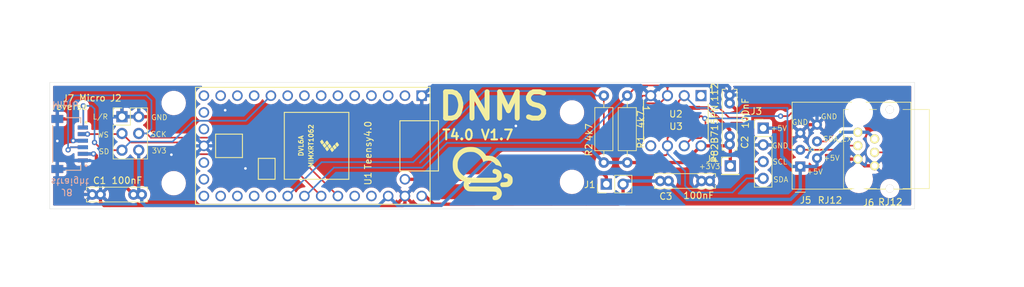
<source format=kicad_pcb>
(kicad_pcb (version 20211014) (generator pcbnew)
  (title_block (title "DNMS - Digital Noise Maesurement Sensor") (date "2021-11-17") (rev "V1.6"))
  (layers (0 "F.Cu" signal) (31 "B.Cu" signal) (34 "B.Paste" user) (35 "F.Paste" user) (36 "B.SilkS" user "B.Silkscreen") (37 "F.SilkS" user "F.Silkscreen") (38 "B.Mask" user) (39 "F.Mask" user) (44 "Edge.Cuts" user))
  (net 0 "")
  (net 1 "GND")
  (net 2 "+3V3")
  (net 3 "+5V")
  (net 4 "SDA_Ex")
  (net 5 "SCL_Ex")
  (net 6 "SDA")
  (net 7 "SCL")
  (net 8 "SD")
  (net 9 "WS")
  (net 10 "SCK")
  (net 14 "Net-(J1-Pad1)")
  (footprint "C_THT_100nF:C_THT_100nF_L9.0mm_W2.0mm_P5.00mm_P7.50mm" (layer "F.Cu") (at 158.9278 84.2104 90)
    (fp_text reference "C2" (at 0.32258 2.30378 90) (layer "F.SilkS"))
    (fp_text value "100nF" (at 4.72948 2.39522 90) (layer "F.SilkS"))
    (pad "1" thru_hole circle (at 1.25 0 90) (size 1.6 1.6) (drill 0.8) (layers *.Cu *.Mask) (net 2 "+3V3"))
    (pad "1" thru_hole circle (at 0 0 90) (size 1.6 1.6) (drill 0.8) (layers *.Cu *.Mask) (net 2 "+3V3"))
    (pad "2" thru_hole circle (at 7.5 0 90) (size 1.6 1.6) (drill 0.8) (layers *.Cu *.Mask) (net 1 "GND"))
    (pad "2" thru_hole circle (at 6.25 0 90) (size 1.6 1.6) (drill 0.8) (layers *.Cu *.Mask) (net 1 "GND"))
  )
  (footprint "Connector_PinHeader_2.54mm:PinHeader_1x02_P2.54mm_Vertical" (layer "F.Cu") (at 140.2334 90.2448 90)
    (fp_text reference "J1" (at -0.07506 -2.50952) (layer "F.SilkS"))
    (fp_text value "Conn_01x02")
    (pad "1" thru_hole rect (at 0 0 90) (size 1.7 1.7) (drill 1) (layers *.Cu *.Mask) (net 14 "Net-(J1-Pad1)"))
    (pad "2" thru_hole oval (at 0 2.54 90) (size 1.7 1.7) (drill 1) (layers *.Cu *.Mask) (net 3 "+5V"))
  )
  (footprint "Connector_PinHeader_2.54mm:PinHeader_1x04_P2.54mm_Vertical" (layer "F.Cu") (at 164.0144 81.7438)
    (fp_text reference "J3" (at -1.0414 -2.5654) (layer "F.SilkS"))
    (fp_text value "Conn_01x04")
    (pad "1" thru_hole rect (at 0 0) (size 1.7 1.7) (drill 1) (layers *.Cu *.Mask) (net 3 "+5V"))
    (pad "2" thru_hole oval (at 0 2.54) (size 1.7 1.7) (drill 1) (layers *.Cu *.Mask) (net 1 "GND"))
    (pad "3" thru_hole oval (at 0 5.08) (size 1.7 1.7) (drill 1) (layers *.Cu *.Mask) (net 7 "SCL"))
    (pad "4" thru_hole oval (at 0 7.62) (size 1.7 1.7) (drill 1) (layers *.Cu *.Mask) (net 6 "SDA"))
  )
  (footprint "Resistor_THT:R_Axial_DIN0207_L6.3mm_D2.5mm_P10.16mm_Horizontal" (layer "F.Cu") (at 143.41 86.968 90)
    (fp_text reference "R1" (at 3.1099 2.0685 90) (layer "F.SilkS"))
    (fp_text value "4k7" (at 6.55922 2.0685 90) (layer "F.SilkS"))
    (pad "1" thru_hole circle (at 0 0 90) (size 1.6 1.6) (drill 0.8) (layers *.Cu *.Mask) (net 2 "+3V3"))
    (pad "2" thru_hole oval (at 10.16 0 90) (size 1.6 1.6) (drill 0.8) (layers *.Cu *.Mask) (net 7 "SCL"))
  )
  (footprint "Resistor_THT:R_Axial_DIN0207_L6.3mm_D2.5mm_P10.16mm_Horizontal" (layer "F.Cu") (at 139.854 86.968 90)
    (fp_text reference "R2" (at 1.93134 -2.26982 90) (layer "F.SilkS"))
    (fp_text value "4k7" (at 4.59072 -2.23172 90) (layer "F.SilkS"))
    (pad "1" thru_hole circle (at 0 0 90) (size 1.6 1.6) (drill 0.8) (layers *.Cu *.Mask) (net 2 "+3V3"))
    (pad "2" thru_hole oval (at 10.16 0 90) (size 1.6 1.6) (drill 0.8) (layers *.Cu *.Mask) (net 6 "SDA"))
  )
  (footprint "P82B715PN_112:DIP254P762X420-8" (layer "F.Cu") (at 146.966 84.428 -90)
    (fp_text reference "U2" (at -4.8244 -3.8084) (layer "F.SilkS"))
    (fp_text value "P82B715PN,112" (at -3.49598 -9.69104 90) (layer "F.SilkS"))
    (pad "1" thru_hole rect locked (at -7.62 -7.62 270) (size 1.6764 1.6764) (drill 1.1176) (layers *.Cu *.Mask))
    (pad "2" thru_hole circle locked (at -7.62 -5.08 270) (size 1.6764 1.6764) (drill 1.1176) (layers *.Cu *.Mask) (net 5 "SCL_Ex"))
    (pad "3" thru_hole circle locked (at -7.62 -2.54 270) (size 1.6764 1.6764) (drill 1.1176) (layers *.Cu *.Mask) (net 7 "SCL"))
    (pad "4" thru_hole circle locked (at -7.62 0 270) (size 1.6764 1.6764) (drill 1.1176) (layers *.Cu *.Mask) (net 1 "GND"))
    (pad "5" thru_hole circle locked (at 0 0 270) (size 1.6764 1.6764) (drill 1.1176) (layers *.Cu *.Mask))
    (pad "6" thru_hole circle locked (at 0 -2.54 270) (size 1.6764 1.6764) (drill 1.1176) (layers *.Cu *.Mask) (net 6 "SDA"))
    (pad "7" thru_hole circle locked (at 0 -5.08 270) (size 1.6764 1.6764) (drill 1.1176) (layers *.Cu *.Mask) (net 4 "SDA_Ex"))
    (pad "8" thru_hole circle locked (at 0 -7.62 270) (size 1.6764 1.6764) (drill 1.1176) (layers *.Cu *.Mask) (net 2 "+3V3"))
  )
  (footprint "logos eigene:logo luftdaten.info" (layer "F.Cu") (at 121.4898 88.6698)
    (fp_text reference "G***" hide)
    (fp_text value "LOGO" hide)
  )
  (footprint "C_THT_100nF:C_THT_100nF_L9.0mm_W2.0mm_P5.00mm_P7.50mm" (layer "F.Cu") (at 148.4122 89.7702)
    (fp_text reference "C3" (at 0.84582 2.3302) (layer "F.SilkS"))
    (fp_text value "100nF" (at 5.81914 2.20828) (layer "F.SilkS"))
    (pad "1" thru_hole circle (at 0 0) (size 1.6 1.6) (drill 0.8) (layers *.Cu *.Mask) (net 3 "+5V"))
    (pad "1" thru_hole circle (at 1.25 0) (size 1.6 1.6) (drill 0.8) (layers *.Cu *.Mask) (net 3 "+5V"))
    (pad "2" thru_hole circle (at 6.25 0) (size 1.6 1.6) (drill 0.8) (layers *.Cu *.Mask) (net 1 "GND"))
    (pad "2" thru_hole circle (at 7.5 0) (size 1.6 1.6) (drill 0.8) (layers *.Cu *.Mask) (net 1 "GND"))
  )
  (footprint "MountingHole:MountingHole_2.7mm_M2.5" (layer "F.Cu") (at 74.643 77.924)
    (fp_text reference "REF1" hide)
    (fp_text value "MountingHole_2.7mm_M2.5")
    (pad "" np_thru_hole circle locked (at 0 0) (size 2.7 2.7) (drill 2.7) (layers *.Cu *.Mask))
  )
  (footprint "MountingHole:MountingHole_2.7mm_M2.5" (layer "F.Cu") (at 74.643 90.1)
    (fp_text reference "REF1" hide)
    (fp_text value "MountingHole_2.7mm_M2.5")
    (pad "" np_thru_hole circle locked (at 0 0) (size 2.7 2.7) (drill 2.7) (layers *.Cu *.Mask))
  )
  (footprint "C_THT_100nF:C_THT_100nF_L9.0mm_W2.0mm_P5.00mm_P7.50mm" (layer "F.Cu") (at 69.7992 91.8274 180)
    (fp_text reference "C1" (at 6.39064 2.11714) (layer "F.SilkS"))
    (fp_text value "100nF" (at 2.25044 2.13746) (layer "F.SilkS"))
    (pad "1" thru_hole circle (at 1.25 0 180) (size 1.6 1.6) (drill 0.8) (layers *.Cu *.Mask) (net 2 "+3V3"))
    (pad "1" thru_hole circle (at 0 0 180) (size 1.6 1.6) (drill 0.8) (layers *.Cu *.Mask) (net 2 "+3V3"))
    (pad "2" thru_hole circle (at 6.25 0 180) (size 1.6 1.6) (drill 0.8) (layers *.Cu *.Mask) (net 1 "GND"))
    (pad "2" thru_hole circle (at 7.5 0 180) (size 1.6 1.6) (drill 0.8) (layers *.Cu *.Mask) (net 1 "GND"))
  )
  (footprint "Connector_RJ:RJ12_Amphenol_54601" (layer "F.Cu") (at 169.63644 87.56856 90)
    (fp_text reference "J5" (at -5.11858 0.81026 180) (layer "F.SilkS"))
    (fp_text value "RJ12")
    (pad "" np_thru_hole circle locked (at 8.25 8.89 90) (size 3.25 3.25) (drill 3.25) (layers *.Cu *.Mask))
    (pad "" np_thru_hole circle locked (at -1.91 8.89 90) (size 3.25 3.25) (drill 3.25) (layers *.Cu *.Mask))
    (pad "1" thru_hole rect locked (at 0 0 90) (size 1.52 1.52) (drill 0.76) (layers *.Cu *.Mask) (net 3 "+5V"))
    (pad "2" thru_hole circle locked (at 1.27 2.54 90) (size 1.52 1.52) (drill 0.76) (layers *.Cu *.Mask) (net 3 "+5V"))
    (pad "3" thru_hole circle locked (at 2.54 0 90) (size 1.52 1.52) (drill 0.76) (layers *.Cu *.Mask) (net 5 "SCL_Ex"))
    (pad "4" thru_hole circle locked (at 3.81 2.54 90) (size 1.52 1.52) (drill 0.76) (layers *.Cu *.Mask) (net 4 "SDA_Ex"))
    (pad "5" thru_hole circle locked (at 5.08 0 90) (size 1.52 1.52) (drill 0.76) (layers *.Cu *.Mask) (net 1 "GND"))
    (pad "6" thru_hole circle locked (at 6.35 2.54 90) (size 1.52 1.52) (drill 0.76) (layers *.Cu *.Mask) (net 1 "GND"))
  )
  (footprint "Connector_PinHeader_2.54mm:PinHeader_2x03_P2.54mm_Vertical" (layer "F.Cu") (at 66.802 80.01)
    (fp_text reference "J2" (at -0.9398 -2.8194) (layer "F.SilkS"))
    (fp_text value "Conn_02x03_Odd_Even")
    (pad "1" thru_hole rect (at 0 0) (size 1.7 1.7) (drill 1) (layers *.Cu *.Mask) (net 1 "GND"))
    (pad "2" thru_hole oval (at 2.54 0) (size 1.7 1.7) (drill 1) (layers *.Cu *.Mask) (net 1 "GND"))
    (pad "3" thru_hole oval (at 0 2.54) (size 1.7 1.7) (drill 1) (layers *.Cu *.Mask) (net 9 "WS"))
    (pad "4" thru_hole oval (at 2.54 2.54) (size 1.7 1.7) (drill 1) (layers *.Cu *.Mask) (net 10 "SCK"))
    (pad "5" thru_hole oval (at 0 5.08) (size 1.7 1.7) (drill 1) (layers *.Cu *.Mask) (net 8 "SD"))
    (pad "6" thru_hole oval (at 2.54 5.08) (size 1.7 1.7) (drill 1) (layers *.Cu *.Mask) (net 2 "+3V3"))
  )
  (footprint "Teensy:Teensy40" (layer "F.Cu") (at 95.7326 84.4296 180)
    (fp_text reference "U1" (at -8.382 -4.9784 90) (layer "F.SilkS"))
    (fp_text value "Teensy4.0" (at -8.382 0.1016 90) (layer "F.SilkS"))
    (fp_text user "DVL6A" (at 1.778 0 90) (layer "F.SilkS") (effects (font (size 0.7 0.7))))
    (fp_text user "MIMXRT1062" (at 0.254 0 90) (layer "F.SilkS") (effects (font (size 0.7 0.7))))
    (pad "1" thru_hole rect locked (at -16.51 7.62 180) (size 1.6 1.6) (drill 1.1) (layers *.Cu *.Mask) (net 1 "GND"))
    (pad "2" thru_hole circle locked (at -13.97 7.62 180) (size 1.6 1.6) (drill 1.1) (layers *.Cu *.Mask))
    (pad "3" thru_hole circle locked (at -11.43 7.62 180) (size 1.6 1.6) (drill 1.1) (layers *.Cu *.Mask))
    (pad "4" thru_hole circle locked (at -8.89 7.62 180) (size 1.6 1.6) (drill 1.1) (layers *.Cu *.Mask))
    (pad "5" thru_hole circle locked (at -6.35 7.62 180) (size 1.6 1.6) (drill 1.1) (layers *.Cu *.Mask))
    (pad "6" thru_hole circle locked (at -3.81 7.62 180) (size 1.6 1.6) (drill 1.1) (layers *.Cu *.Mask))
    (pad "7" thru_hole circle locked (at -1.27 7.62 180) (size 1.6 1.6) (drill 1.1) (layers *.Cu *.Mask))
    (pad "8" thru_hole circle locked (at 1.27 7.62 180) (size 1.6 1.6) (drill 1.1) (layers *.Cu *.Mask))
    (pad "9" thru_hole circle locked (at 3.81 7.62 180) (size 1.6 1.6) (drill 1.1) (layers *.Cu *.Mask))
    (pad "10" thru_hole circle locked (at 6.35 7.62 180) (size 1.6 1.6) (drill 1.1) (layers *.Cu *.Mask) (net 8 "SD"))
    (pad "11" thru_hole circle locked (at 8.89 7.62 180) (size 1.6 1.6) (drill 1.1) (layers *.Cu *.Mask))
    (pad "12" thru_hole circle locked (at 11.43 7.62 180) (size 1.6 1.6) (drill 1.1) (layers *.Cu *.Mask))
    (pad "13" thru_hole circle locked (at 13.97 7.62 180) (size 1.6 1.6) (drill 1.1) (layers *.Cu *.Mask))
    (pad "14" thru_hole circle locked (at 16.51 7.62 180) (size 1.6 1.6) (drill 1.1) (layers *.Cu *.Mask))
    (pad "15" thru_hole circle locked (at 16.51 5.08 180) (size 1.6 1.6) (drill 1.1) (layers *.Cu *.Mask))
    (pad "16" thru_hole circle locked (at 16.51 2.54 180) (size 1.6 1.6) (drill 1.1) (layers *.Cu *.Mask))
    (pad "17" thru_hole circle locked (at 16.51 0 180) (size 1.6 1.6) (drill 1.1) (layers *.Cu *.Mask) (net 1 "GND"))
    (pad "18" thru_hole circle locked (at 16.51 -2.54 180) (size 1.6 1.6) (drill 1.1) (layers *.Cu *.Mask))
    (pad "19" thru_hole circle locked (at 16.51 -5.08 180) (size 1.6 1.6) (drill 1.1) (layers *.Cu *.Mask))
    (pad "20" thru_hole circle locked (at 16.51 -7.62 180) (size 1.6 1.6) (drill 1.1) (layers *.Cu *.Mask))
    (pad "21" thru_hole circle locked (at 13.97 -7.62 180) (size 1.6 1.6) (drill 1.1) (layers *.Cu *.Mask))
    (pad "22" thru_hole circle locked (at 11.43 -7.62 180) (size 1.6 1.6) (drill 1.1) (layers *.Cu *.Mask))
    (pad "23" thru_hole circle locked (at 8.89 -7.62 180) (size 1.6 1.6) (drill 1.1) (layers *.Cu *.Mask))
    (pad "24" thru_hole circle locked (at 6.35 -7.62 180) (size 1.6 1.6) (drill 1.1) (layers *.Cu *.Mask))
    (pad "25" thru_hole circle locked (at 3.81 -7.62 180) (size 1.6 1.6) (drill 1.1) (layers *.Cu *.Mask) (net 6 "SDA"))
    (pad "26" thru_hole circle locked (at 1.27 -7.62 180) (size 1.6 1.6) (drill 1.1) (layers *.Cu *.Mask) (net 7 "SCL"))
    (pad "27" thru_hole circle locked (at -1.27 -7.62 180) (size 1.6 1.6) (drill 1.1) (layers *.Cu *.Mask) (net 9 "WS"))
    (pad "28" thru_hole circle locked (at -3.81 -7.62 180) (size 1.6 1.6) (drill 1.1) (layers *.Cu *.Mask) (net 10 "SCK"))
    (pad "29" thru_hole circle locked (at -6.35 -7.62 180) (size 1.6 1.6) (drill 1.1) (layers *.Cu *.Mask))
    (pad "30" thru_hole circle locked (at -8.89 -7.62 180) (size 1.6 1.6) (drill 1.1) (layers *.Cu *.Mask))
    (pad "31" thru_hole circle locked (at -11.43 -7.62 180) (size 1.6 1.6) (drill 1.1) (layers *.Cu *.Mask) (net 2 "+3V3"))
    (pad "32" thru_hole circle locked (at -13.97 -7.62 180) (size 1.6 1.6) (drill 1.1) (layers *.Cu *.Mask) (net 1 "GND"))
    (pad "33" thru_hole circle locked (at -16.51 -7.62 180) (size 1.6 1.6) (drill 1.1) (layers *.Cu *.Mask) (net 3 "+5V"))
    (pad "34" thru_hole circle locked (at -13.97 -5.08 180) (size 1.6 1.6) (drill 1.1) (layers *.Cu *.Mask) (net 14 "Net-(J1-Pad1)"))
  )
  (footprint "P82B715:SOIC8" (layer "F.Cu") (at 150.749 80.5688 -90)
    (fp_text reference "U3" (at -3.30382 -1.2707 -90) (layer "F.SilkS") (effects (font (size 1.000551 1.000551) (thickness 0.015))))
    (fp_text value "P82B715DR")
    (fp_text user "U3" (at 0.9144 -0.0508 180) (layer "F.SilkS"))
    (pad "1" smd rect locked (at -1.905 2.6 270) (size 0.6 2.2) (layers "F.Cu" "F.Paste" "F.Mask"))
    (pad "2" smd rect locked (at -0.635 2.6 270) (size 0.6 2.2) (layers "F.Cu" "F.Paste" "F.Mask") (net 5 "SCL_Ex"))
    (pad "3" smd rect locked (at 0.635 2.6 270) (size 0.6 2.2) (layers "F.Cu" "F.Paste" "F.Mask") (net 7 "SCL"))
    (pad "4" smd rect locked (at 1.905 2.6 270) (size 0.6 2.2) (layers "F.Cu" "F.Paste" "F.Mask") (net 1 "GND"))
    (pad "5" smd rect locked (at 1.905 -2.6 270) (size 0.6 2.2) (layers "F.Cu" "F.Paste" "F.Mask"))
    (pad "6" smd rect locked (at 0.635 -2.6 270) (size 0.6 2.2) (layers "F.Cu" "F.Paste" "F.Mask") (net 6 "SDA"))
    (pad "7" smd rect locked (at -0.635 -2.6 270) (size 0.6 2.2) (layers "F.Cu" "F.Paste" "F.Mask") (net 4 "SDA_Ex"))
    (pad "8" smd rect locked (at -1.905 -2.6 270) (size 0.6 2.2) (layers "F.Cu" "F.Paste" "F.Mask") (net 2 "+3V3"))
  )
  (footprint "Connector_PinHeader_2.54mm:PinHeader_1x01_P2.54mm_Vertical" (layer "F.Cu") (at 159.0294 87.4776)
    (fp_text reference "J4" (at -2.81178 -1.03378) (layer "F.SilkS"))
    (fp_text value "Conn_01x01")
    (pad "1" thru_hole rect (at 0 0) (size 1.7 1.7) (drill 1) (layers *.Cu *.Mask) (net 2 "+3V3"))
  )
  (footprint "MountingHole:MountingHole_2.7mm_M2.5" (layer "F.Cu") (at 135.0264 79.3496)
    (fp_text reference "REF1" hide)
    (fp_text value "MountingHole_2.7mm_M2.5")
    (pad "" np_thru_hole circle locked (at 0 0) (size 2.7 2.7) (drill 2.7) (layers *.Cu *.Mask))
  )
  (footprint "MountingHole:MountingHole_2.7mm_M2.5" (layer "F.Cu") (at 135.0264 89.9)
    (fp_text reference "REF1" hide)
    (fp_text value "MountingHole_2.7mm_M2.5")
    (pad "" np_thru_hole circle locked (at 0 0) (size 2.7 2.7) (drill 2.7) (layers *.Cu *.Mask))
  )
  (footprint "Connector_RJ:RJ12_Pulse_E5566Q0LK22L" (layer "F.Cu") (at 182.40248 84.9122 90)
    (fp_text reference "J6" (at -8.1534 -2.41554 180) (layer "F.SilkS"))
    (fp_text value "RJ12" (at -8.05434 0.88392 180) (layer "F.SilkS"))
    (pad "1" thru_hole circle locked (at 2.55 -4.04 180) (size 1.4 1.4) (drill 0.9) (layers *.Cu *.Mask "F.SilkS") (net 3 "+5V"))
    (pad "2" thru_hole circle locked (at 1.53 -1.5 180) (size 1.4 1.4) (drill 0.9) (layers *.Cu *.Mask "F.SilkS") (net 3 "+5V"))
    (pad "3" thru_hole circle locked (at 0.51 -4.04 180) (size 1.4 1.4) (drill 0.9) (layers *.Cu *.Mask "F.SilkS") (net 5 "SCL_Ex"))
    (pad "4" thru_hole circle locked (at -0.51 -1.5 180) (size 1.4 1.4) (drill 0.9) (layers *.Cu *.Mask "F.SilkS") (net 4 "SDA_Ex"))
    (pad "5" thru_hole circle locked (at -1.53 -4.04 180) (size 1.4 1.4) (drill 0.9) (layers *.Cu *.Mask "F.SilkS") (net 1 "GND"))
    (pad "6" thru_hole circle locked (at -2.55 -1.5 180) (size 1.4 1.4) (drill 0.9) (layers *.Cu *.Mask "F.SilkS") (net 1 "GND"))
    (pad "7" thru_hole circle locked (at -6 0.8 180) (size 1.2 1.2) (drill 2.4) (layers *.Cu *.Mask "F.SilkS"))
    (pad "8" thru_hole circle locked (at 6 0.8 180) (size 1.2 1.2) (drill 2.4) (layers *.Cu *.Mask "F.SilkS"))
  )
  (footprint "SM06B-SRSS-TB_LF_SN:JST_SM06B-SRSS-TB(LF)(SN)" (layer "F.Cu") (at 60.87618 84.14766 -90)
    (fp_text reference "J7" (at -6.93166 2.20218) (layer "F.SilkS"))
    (fp_text value "SM06B-SRSS-TB(LF)(SN)")
    (pad "1" smd rect locked (at -2.5 0 270) (size 0.6 1.55) (layers "F.Cu" "F.Paste" "F.Mask") (net 8 "SD"))
    (pad "2" smd rect locked (at -1.5 0 270) (size 0.6 1.55) (layers "F.Cu" "F.Paste" "F.Mask") (net 9 "WS"))
    (pad "3" smd rect locked (at -0.5 0 270) (size 0.6 1.55) (layers "F.Cu" "F.Paste" "F.Mask") (net 1 "GND"))
    (pad "4" smd rect locked (at 0.5 0 270) (size 0.6 1.55) (layers "F.Cu" "F.Paste" "F.Mask") (net 10 "SCK"))
    (pad "5" smd rect locked (at 1.5 0 270) (size 0.6 1.55) (layers "F.Cu" "F.Paste" "F.Mask") (net 2 "+3V3"))
    (pad "6" smd rect locked (at 2.5 0 270) (size 0.6 1.55) (layers "F.Cu" "F.Paste" "F.Mask") (net 1 "GND"))
    (pad "S1" smd rect locked (at -3.8 3.875 270) (size 1.2 1.8) (layers "F.Cu" "F.Paste" "F.Mask") (net 1 "GND"))
    (pad "S2" smd rect locked (at 3.8 3.875 270) (size 1.2 1.8) (layers "F.Cu" "F.Paste" "F.Mask") (net 1 "GND"))
  )
  (footprint "SM06B-SRSS-TB_LF_SN:JST_SM06B-SRSS-TB(LF)(SN)" (layer "B.Cu") (at 60.87618 84.14766 90)
    (fp_text reference "J8" (at -7.31774 -2.43078 180 unlocked) (layer "B.SilkS") (effects (justify mirror)))
    (fp_text value "SM06B-SRSS-TB(LF)(SN)")
    (pad "1" smd rect locked (at -2.5 0 90) (size 0.6 1.55) (layers "B.Cu" "B.Paste" "B.Mask") (net 1 "GND"))
    (pad "2" smd rect locked (at -1.5 0 90) (size 0.6 1.55) (layers "B.Cu" "B.Paste" "B.Mask") (net 2 "+3V3"))
    (pad "3" smd rect locked (at -0.5 0 90) (size 0.6 1.55) (layers "B.Cu" "B.Paste" "B.Mask") (net 10 "SCK"))
    (pad "4" smd rect locked (at 0.5 0 90) (size 0.6 1.55) (layers "B.Cu" "B.Paste" "B.Mask") (net 1 "GND"))
    (pad "5" smd rect locked (at 1.5 0 90) (size 0.6 1.55) (layers "B.Cu" "B.Paste" "B.Mask") (net 9 "WS"))
    (pad "6" smd rect locked (at 2.5 0 90) (size 0.6 1.55) (layers "B.Cu" "B.Paste" "B.Mask") (net 8 "SD"))
    (pad "S1" smd rect locked (at -3.8 -3.875 90) (size 1.2 1.8) (layers "B.Cu" "B.Paste" "B.Mask") (net 1 "GND"))
    (pad "S2" smd rect locked (at 3.8 -3.875 90) (size 1.2 1.8) (layers "B.Cu" "B.Paste" "B.Mask") (net 1 "GND"))
  )
  (gr_line (start 55.8584 74.7998) (end 186.9618 74.7998) (layer "Edge.Cuts") (width 0.05))
  (gr_line (start 55.8584 94) (end 186.9618 94) (layer "Edge.Cuts") (width 0.05))
  (gr_line (start 186.9618 74.7998) (end 186.9618 94) (layer "Edge.Cuts") (width 0.05))
  (gr_line (start 55.8584 74.7998) (end 55.8584 94) (layer "Edge.Cuts") (width 0.05))
  (gr_text "straight" (at 58.9026 89.8906 180) (layer "B.SilkS") (effects (font (size 1 1)) (justify mirror)))
  (gr_text "Micro" (at 58.2168 78.1558 180) (layer "B.SilkS") (effects (font (size 1 1)) (justify mirror)))
  (gr_text "+3V3" (at 155.89504 87.5538) (layer "F.SilkS") (effects (font (size 0.8 0.8) (thickness 0.1))))
  (gr_text "1" (at 156.2608 75.8698) (layer "F.SilkS") (effects (font (size 1 1))))
  (gr_text "GND" (at 174.01032 79.98714) (layer "F.SilkS") (effects (font (size 0.8 0.8) (thickness 0.1))))
  (gr_text "GND" (at 169.58818 80.84312) (layer "F.SilkS") (effects (font (size 0.8 0.8) (thickness 0.1))))
  (gr_text "+5V" (at 174.371 86.28634) (layer "F.SilkS") (effects (font (size 0.8 0.8) (thickness 0.1))))
  (gr_text "+5V" (at 171.831 88.36406) (layer "F.SilkS") (effects (font (size 0.8 0.8) (thickness 0.1))))
  (gr_text "SCL_EX" (at 171.98086 84.99602) (layer "F.SilkS") (effects (font (size 0.5 0.5) (thickness 0.08))))
  (gr_text "SDA_EX" (at 175.29048 83.39328) (layer "F.SilkS") (effects (font (size 0.8 0.8) (thickness 0.1))))
  (gr_text "SCK" (at 72.3646 82.677) (layer "F.SilkS") (effects (font (size 0.8 0.8) (thickness 0.1))))
  (gr_text "GND" (at 72.4662 80.1116) (layer "F.SilkS") (effects (font (size 0.8 0.8) (thickness 0.1))))
  (gr_text "T4.0 V1.7" (at 120.74906 82.77098) (layer "F.SilkS") (effects (font (size 1.5 1.5) (thickness 0.3))))
  (gr_text "L/R" (at 63.5254 80.01) (layer "F.SilkS") (effects (font (size 0.8 0.8) (thickness 0.1))))
  (gr_text "reverse" (at 58.9026 78.4606) (layer "F.SilkS") (effects (font (size 1 1))))
  (gr_text "SCL" (at 166.55288 86.84768) (layer "F.SilkS") (effects (font (size 0.8 0.8) (thickness 0.1))))
  (gr_text "WS" (at 63.9572 82.7532) (layer "F.SilkS") (effects (font (size 0.8 0.8) (thickness 0.1))))
  (gr_text "Micro" (at 62.3062 77.1652) (layer "F.SilkS") (effects (font (size 1 1))))
  (gr_text "DNMS" (at 123.2027 78.4098) (layer "F.SilkS") (effects (font (size 4 4) (thickness 0.75))))
  (gr_text "RJ12" (at 174.13986 92.68714) (layer "F.SilkS") (effects (font (size 1 1))))
  (gr_text "3V3" (at 72.4408 85.1662) (layer "F.SilkS") (effects (font (size 0.8 0.8) (thickness 0.1))))
  (gr_text "SD" (at 64.0842 85.2932) (layer "F.SilkS") (effects (font (size 0.8 0.8) (thickness 0.1))))
  (gr_text "1" (at 146.2532 78.7654 -90) (layer "F.SilkS") (effects (font (size 1 1))))
  (gr_text "SDA" (at 166.68496 89.55278) (layer "F.SilkS") (effects (font (size 0.8 0.8) (thickness 0.1))))
  (gr_text "GND" (at 166.5859 84.40674) (layer "F.SilkS") (effects (font (size 0.8 0.8) (thickness 0.1))))
  (gr_text "+5V" (at 166.39032 81.76768) (layer "F.SilkS") (effects (font (size 0.8 0.8) (thickness 0.1))))
  (segment (start 57.00118 83.68942) (end 57.00118 83.8342) (width 0.5) (layer "F.Cu") (net 1))
  (segment (start 63.5492 91.8274) (end 63.5492 92.95877) (width 0.5) (layer "F.Cu") (net 1))
  (segment (start 57.00118 80.34766) (end 57.00118 83.68942) (width 0.5) (layer "F.Cu") (net 1))
  (segment (start 107.8992 90.2462) (end 107.8992 90.17) (width 0.5) (layer "F.Cu") (net 1))
  (segment (start 170.9039 92.71762) (end 177.17932 86.4422) (width 0.5) (layer "F.Cu") (net 1))
  (segment (start 60.87618 83.64766) (end 59.40514 83.64766) (width 0.5) (layer "F.Cu") (net 1))
  (segment (start 158.85962 92.71762) (end 155.9122 89.7702) (width 0.5) (layer "F.Cu") (net 1))
  (segment (start 57.00118 91.09052) (end 57.00118 87.94766) (width 0.5) (layer "F.Cu") (net 1))
  (segment (start 144.8308 77.757807) (end 144.8308 82.4738) (width 0.25) (layer "F.Cu") (net 1))
  (segment (start 106.5276 88.7984) (end 106.5276 83.8246) (width 0.5) (layer "F.Cu") (net 1))
  (segment (start 166.80688 92.12326) (end 166.21252 92.71762) (width 0.5) (layer "F.Cu") (net 1))
  (segment (start 57.00118 86.80346) (end 57.00118 87.94766) (width 0.5) (layer "F.Cu") (net 1))
  (segment (start 60.87618 86.64766) (end 57.15698 86.64766) (width 0.5) (layer "F.Cu") (net 1))
  (segment (start 59.40514 83.64766) (end 57.18772 83.64766) (width 0.5) (layer "F.Cu") (net 1))
  (segment (start 178.36248 86.4422) (end 179.38248 87.4622) (width 0.5) (layer "F.Cu") (net 1))
  (segment (start 144.8308 82.4738) (end 148.149 82.4738) (width 0.25) (layer "F.Cu") (net 1))
  (segment (start 146.966 76.808) (end 145.780607 76.808) (width 0.25) (layer "F.Cu") (net 1))
  (segment (start 62.2992 91.8274) (end 57.73806 91.8274) (width 0.5) (layer "F.Cu") (net 1))
  (segment (start 71.52222 93.5006) (end 64.9716 93.5006) (width 0.5) (layer "F.Cu") (net 1))
  (segment (start 179.38248 87.4622) (end 180.90248 87.4622) (width 0.5) (layer "F.Cu") (net 1))
  (segment (start 168.876441 83.248559) (end 167.401181 83.248559) (width 0.5) (layer "F.Cu") (net 1))
  (segment (start 166.21252 92.71762) (end 170.9039 92.71762) (width 0.5) (layer "F.Cu") (net 1))
  (segment (start 107.8992 90.17) (end 106.5276 88.7984) (width 0.5) (layer "F.Cu") (net 1))
  (segment (start 64.09103 93.5006) (end 64.9716 93.5006) (width 0.5) (layer "F.Cu") (net 1))
  (segment (start 145.780607 76.808) (end 144.8308 77.757807) (width 0.25) (layer "F.Cu") (net 1))
  (segment (start 170.90644 81.21856) (end 169.63644 82.48856) (width 0.5) (layer "F.Cu") (net 1))
  (segment (start 57.18772 83.64766) (end 57.00118 83.8342) (width 0.5) (layer "F.Cu") (net 1))
  (segment (start 109.7026 92.0496) (end 107.8992 90.2462) (width 0.5) (layer "F.Cu") (net 1))
  (segment (start 106.5276 83.8246) (end 112.2426 78.1096) (width 0.5) (layer "F.Cu") (net 1))
  (segment (start 169.63644 82.48856) (end 168.876441 83.248559) (width 0.5) (layer "F.Cu") (net 1))
  (segment (start 57.73806 91.8274) (end 57.00118 91.09052) (width 0.5) (layer "F.Cu") (net 1))
  (segment (start 109.38297 93.5006) (end 109.18297 93.5006) (width 0.5) (layer "F.Cu") (net 1))
  (segment (start 166.36594 84.2838) (end 164.0144 84.2838) (width 0.5) (layer "F.Cu") (net 1))
  (segment (start 166.80688 83.84286) (end 166.36594 84.2838) (width 0.5) (layer "F.Cu") (net 1))
  (segment (start 109.7026 93.18097) (end 109.38297 93.5006) (width 0.5) (layer "F.Cu") (net 1))
  (segment (start 109.18297 93.5006) (end 71.5518 93.5006) (width 0.5) (layer "F.Cu") (net 1))
  (segment (start 172.17644 81.21856) (end 170.90644 81.21856) (width 0.5) (layer "F.Cu") (net 1))
  (segment (start 63.5492 92.95877) (end 64.09103 93.5006) (width 0.5) (layer "F.Cu") (net 1))
  (segment (start 167.401181 83.248559) (end 166.80688 83.84286) (width 0.5) (layer "F.Cu") (net 1))
  (segment (start 177.17932 86.4422) (end 178.36248 86.4422) (width 0.5) (layer "F.Cu") (net 1))
  (segment (start 57.15698 86.64766) (end 57.00118 86.80346) (width 0.5) (layer "F.Cu") (net 1))
  (segment (start 166.80688 83.84286) (end 166.80688 92.12326) (width 0.5) (layer "F.Cu") (net 1))
  (segment (start 57.00118 83.8342) (end 57.00118 86.80346) (width 0.5) (layer "F.Cu") (net 1))
  (segment (start 112.2426 78.1096) (end 112.2426 76.8096) (width 0.5) (layer "F.Cu") (net 1))
  (segment (start 166.21252 92.71762) (end 158.85962 92.71762) (width 0.5) (layer "F.Cu") (net 1))
  (segment (start 109.7026 92.0496) (end 109.7026 93.18097) (width 0.5) (layer "F.Cu") (net 1))
  (via (at 82.4484 79.0194) (size 0.8) (drill 0.4) (layers "F.Cu" "B.Cu") (net 1))
  (via (at 59.40514 83.64766) (size 0.8) (drill 0.4) (layers "F.Cu" "B.Cu") (net 1))
  (via (at 85.5218 87.8586) (size 0.8) (drill 0.4) (layers "F.Cu" "B.Cu") (net 1))
  (via (at 74.295 85.7758) (size 0.8) (drill 0.4) (layers "F.Cu" "B.Cu") (net 1))
  (via (at 126.5174 81.407) (size 0.8) (drill 0.4) (layers "F.Cu" "B.Cu") (net 1))
  (via (at 57.00118 83.68942) (size 0.8) (drill 0.4) (layers "F.Cu" "B.Cu") (net 1))
  (segment (start 74.295 85.7758) (end 75.819 85.7758) (width 0.5) (layer "B.Cu") (net 1))
  (segment (start 62.2992 91.8274) (end 57.8676 91.8274) (width 0.5) (layer "B.Cu") (net 1))
  (segment (start 57.00118 86.43978) (end 57.00118 86.63582) (width 0.5) (layer "B.Cu") (net 1))
  (segment (start 158.62358 75.27481) (end 148.49919 75.27481) (width 0.5) (layer "B.Cu") (net 1))
  (segment (start 57.00118 83.68942) (end 57.00118 86.43978) (width 0.5) (layer "B.Cu") (net 1))
  (segment (start 113.92662 75.284) (end 145.442 75.284) (width 0.5) (layer "B.Cu") (net 1))
  (segment (start 57.20906 86.64766) (end 57.00118 86.43978) (width 0.5) (layer "B.Cu") (net 1))
  (segment (start 148.49919 75.27481) (end 146.966 76.808) (width 0.5) (layer "B.Cu") (net 1))
  (segment (start 145.442 75.284) (end 146.966 76.808) (width 0.5) (layer "B.Cu") (net 1))
  (segment (start 60.87618 86.64766) (end 57.01302 86.64766) (width 0.5) (layer "B.Cu") (net 1))
  (segment (start 63.5492 80.9641) (end 64.5033 80.01) (width 0.5) (layer "B.Cu") (net 1))
  (segment (start 57.8676 91.8274) (end 57.00118 90.96098) (width 0.5) (layer "B.Cu") (net 1))
  (segment (start 172.17644 77.38364) (end 172.17644 81.21856) (width 0.5) (layer "B.Cu") (net 1))
  (segment (start 84.94268 84.4296) (end 85.5218 85.00872) (width 0.5) (layer "B.Cu") (net 1))
  (segment (start 77.1652 84.4296) (end 79.2226 84.4296) (width 0.5) (layer "B.Cu") (net 1))
  (segment (start 79.2226 84.4296) (end 84.94268 84.4296) (width 0.5) (layer "B.Cu") (net 1))
  (segment (start 59.40514 83.64766) (end 60.87618 83.64766) (width 0.5) (layer "B.Cu") (net 1))
  (segment (start 62.2992 92.2274) (end 63.5492 92.2274) (width 0.5) (layer "B.Cu") (net 1))
  (segment (start 155.9122 89.7702) (end 154.6622 89.7702) (width 0.5) (layer "B.Cu") (net 1))
  (segment (start 112.40262 76.808) (end 113.92662 75.284) (width 0.5) (layer "B.Cu") (net 1))
  (segment (start 158.9278 76.7104) (end 171.5032 76.7104) (width 0.5) (layer "B.Cu") (net 1))
  (segment (start 57.00118 90.96098) (end 57.00118 87.94766) (width 0.5) (layer "B.Cu") (net 1))
  (segment (start 57.00118 80.34766) (end 57.00118 83.68942) (width 0.5) (layer "B.Cu") (net 1))
  (segment (start 57.01302 86.64766) (end 57.00118 86.63582) (width 0.5) (layer "B.Cu") (net 1))
  (segment (start 158.9278 75.57903) (end 158.62358 75.27481) (width 0.5) (layer "B.Cu") (net 1))
  (segment (start 64.5033 80.01) (end 65.452 80.01) (width 0.5) (layer "B.Cu") (net 1))
  (segment (start 158.9278 76.7104) (end 158.9278 75.57903) (width 0.5) (layer "B.Cu") (net 1))
  (segment (start 171.5032 76.7104) (end 172.17644 77.38364) (width 0.5) (layer "B.Cu") (net 1))
  (segment (start 66.802 80.01) (end 69.342 80.01) (width 0.5) (layer "B.Cu") (net 1))
  (segment (start 65.452 80.01) (end 66.802 80.01) (width 0.5) (layer "B.Cu") (net 1))
  (segment (start 63.5492 91.8274) (end 63.5492 80.9641) (width 0.5) (layer "B.Cu") (net 1))
  (segment (start 158.9278 76.7104) (end 158.9278 77.9604) (width 0.5) (layer "B.Cu") (net 1))
  (segment (start 57.00118 86.63582) (end 57.00118 87.94766) (width 0.5) (layer "B.Cu") (net 1))
  (segment (start 85.5218 85.00872) (end 85.5218 87.8586) (width 0.5) (layer "B.Cu") (net 1))
  (segment (start 75.819 85.7758) (end 77.1652 84.4296) (width 0.5) (layer "B.Cu") (net 1))
  (segment (start 63.21806 89.6239) (end 66.3457 89.6239) (width 0.5) (layer "F.Cu") (net 2))
  (segment (start 62.92088 85.9282) (end 62.92088 89.32672) (width 0.5) (layer "F.Cu") (net 2))
  (segment (start 159.0294 84.312) (end 158.9278 84.2104) (width 0.5) (layer "F.Cu") (net 2))
  (segment (start 62.92088 89.32672) (end 63.21806 89.6239) (width 0.5) (layer "F.Cu") (net 2))
  (segment (start 60.87618 85.64766) (end 62.48514 85.64766) (width 0.5) (layer "F.Cu") (net 2))
  (segment (start 154.586 84.428) (end 158.7102 84.428) (width 0.5) (layer "F.Cu") (net 2))
  (segment (start 158.9278 82.9604) (end 158.9278 84.2104) (width 0.5) (layer "F.Cu") (net 2))
  (segment (start 143.41 86.968) (end 152.046 86.968) (width 0.5) (layer "F.Cu") (net 2))
  (segment (start 155.6312 78.6638) (end 153.349 78.6638) (width 0.5) (layer "F.Cu") (net 2))
  (segment (start 62.48514 85.64766) (end 62.64034 85.64766) (width 0.5) (layer "F.Cu") (net 2))
  (segment (start 158.7102 84.428) (end 158.9278 84.2104) (width 0.5) (layer "F.Cu") (net 2))
  (segment (start 158.9278 87.376) (end 159.0294 87.4776) (width 0.5) (layer "F.Cu") (net 2))
  (segment (start 62.64034 85.64766) (end 62.92088 85.9282) (width 0.5) (layer "F.Cu") (net 2))
  (segment (start 159.0294 87.4776) (end 159.0294 84.312) (width 0.5) (layer "F.Cu") (net 2))
  (segment (start 66.3457 89.6239) (end 68.5492 91.8274) (width 0.5) (layer "F.Cu") (net 2))
  (segment (start 158.9278 81.9604) (end 158.9278 82.9604) (width 0.5) (layer "F.Cu") (net 2))
  (segment (start 158.9278 81.9604) (end 155.6312 78.6638) (width 0.5) (layer "F.Cu") (net 2))
  (segment (start 152.046 86.968) (end 154.586 84.428) (width 0.5) (layer "F.Cu") (net 2))
  (via (at 62.48514 85.64766) (size 0.8) (drill 0.4) (layers "F.Cu" "B.Cu") (net 2))
  (segment (start 107.1626 92.0496) (end 107.1626 92.06738) (width 0.5) (layer "B.Cu") (net 2))
  (segment (start 139.054001 86.145801) (end 137.8966 84.9884) (width 0.5) (layer "B.Cu") (net 2))
  (segment (start 68.5492 92.2274) (end 69.7992 92.2274) (width 0.5) (layer "B.Cu") (net 2))
  (segment (start 70.33943 93.499) (end 105.7132 93.499) (width 0.5) (layer "B.Cu") (net 2))
  (segment (start 69.7992 91.8274) (end 69.7992 92.95877) (width 0.5) (layer "B.Cu") (net 2))
  (segment (start 105.7132 93.499) (end 107.1626 92.0496) (width 0.5) (layer "B.Cu") (net 2))
  (segment (start 107.1626 92.06738) (end 107.15498 92.075) (width 0.5) (layer "B.Cu") (net 2))
  (segment (start 139.854 86.968) (end 143.41 86.968) (width 0.5) (layer "B.Cu") (net 2))
  (segment (start 123.6996 84.9884) (end 115.216 93.472) (width 0.5) (layer "B.Cu") (net 2))
  (segment (start 115.216 93.472) (end 108.585 93.472) (width 0.5) (layer "B.Cu") (net 2))
  (segment (start 69.7992 92.95877) (end 70.33943 93.499) (width 0.5) (layer "B.Cu") (net 2))
  (segment (start 62.48514 85.64766) (end 60.87618 85.64766) (width 0.5) (layer "B.Cu") (net 2))
  (segment (start 108.585 93.472) (end 107.1626 92.0496) (width 0.5) (layer "B.Cu") (net 2))
  (segment (start 139.854 86.968) (end 139.054001 86.168001) (width 0.5) (layer "B.Cu") (net 2))
  (segment (start 69.342 91.3702) (end 69.7992 91.8274) (width 0.5) (layer "B.Cu") (net 2))
  (segment (start 137.8966 84.9884) (end 123.6996 84.9884) (width 0.5) (layer "B.Cu") (net 2))
  (segment (start 139.054001 86.168001) (end 139.054001 86.145801) (width 0.5) (layer "B.Cu") (net 2))
  (segment (start 69.342 85.09) (end 69.342 91.3702) (width 0.5) (layer "B.Cu") (net 2))
  (segment (start 148.4122 89.7702) (end 149.6622 89.7702) (width 0.5) (layer "F.Cu") (net 3))
  (segment (start 142.7988 91.7702) (end 142.7734 91.7448) (width 0.5) (layer "F.Cu") (net 3))
  (segment (start 142.7988 91.7702) (end 142.7988 92.521481) (width 0.5) (layer "F.Cu") (net 3))
  (segment (start 142.045081 93.2752) (end 137.1854 93.2752) (width 0.5) (layer "F.Cu") (net 3))
  (segment (start 114.04961 93.29499) (end 137.1854 93.2752) (width 0.5) (layer "F.Cu") (net 3))
  (segment (start 142.7734 91.7448) (end 142.7734 90.2448) (width 0.5) (layer "F.Cu") (net 3))
  (segment (start 142.7988 92.521481) (end 142.045081 93.2752) (width 0.5) (layer "F.Cu") (net 3))
  (segment (start 112.39246 92.11564) (end 112.87026 92.11564) (width 0.5) (layer "F.Cu") (net 3))
  (segment (start 112.87026 92.11564) (end 114.04961 93.29499) (width 0.5) (layer "F.Cu") (net 3))
  (segment (start 152.45468 92.56268) (end 149.6622 89.7702) (width 0.5) (layer "B.Cu") (net 3))
  (segment (start 168.17594 92.56268) (end 152.45468 92.56268) (width 0.5) (layer "B.Cu") (net 3))
  (segment (start 166.82466 86.01678) (end 166.82466 81.9277) (width 0.5) (layer "B.Cu") (net 3))
  (segment (start 166.82466 81.9277) (end 166.64076 81.7438) (width 0.5) (layer "B.Cu") (net 3))
  (segment (start 168.37644 87.56856) (end 166.82466 86.01678) (width 0.5) (layer "B.Cu") (net 3))
  (segment (start 148.4122 89.7702) (end 143.248 89.7702) (width 0.5) (layer "B.Cu") (net 3))
  (segment (start 176.1282 82.3468) (end 176.1436 82.3622) (width 0.5) (layer "B.Cu") (net 3))
  (segment (start 169.63644 87.56856) (end 168.37644 87.56856) (width 0.5) (layer "B.Cu") (net 3))
  (segment (start 171.981242 87.56856) (end 169.63644 87.56856) (width 0.5) (layer "B.Cu") (net 3))
  (segment (start 143.248 89.7702) (end 142.7734 90.2448) (width 0.5) (layer "B.Cu") (net 3))
  (segment (start 172.17644 86.29856) (end 176.1282 82.3468) (width 0.5) (layer "B.Cu") (net 3))
  (segment (start 169.63644 91.10218) (end 168.17594 92.56268) (width 0.5) (layer "B.Cu") (net 3))
  (segment (start 178.36248 82.3622) (end 179.88248 82.3622) (width 0.5) (layer "B.Cu") (net 3))
  (segment (start 179.88248 82.3622) (end 180.90248 83.3822) (width 0.5) (layer "B.Cu") (net 3))
  (segment (start 169.63644 87.56856) (end 169.63644 91.10218) (width 0.5) (layer "B.Cu") (net 3))
  (segment (start 176.1436 82.3622) (end 178.36248 82.3622) (width 0.5) (layer "B.Cu") (net 3))
  (segment (start 172.17644 87.373362) (end 171.981242 87.56856) (width 0.5) (layer "B.Cu") (net 3))
  (segment (start 172.17644 86.29856) (end 172.17644 87.373362) (width 0.5) (layer "B.Cu") (net 3))
  (segment (start 166.64076 81.7438) (end 164.0144 81.7438) (width 0.5) (layer "B.Cu") (net 3))
  (segment (start 155.2702 80.505) (end 155.2702 80.505) (width 0.25) (layer "F.Cu") (net 4))
  (segment (start 155.2702 80.505) (end 155.2702 82.537602) (width 0.25) (layer "F.Cu") (net 4))
  (segment (start 174.5361 78.7273) (end 176.88814 76.37526) (width 0.25) (layer "F.Cu") (net 4))
  (segment (start 183.51754 85.41258) (end 183.50792 85.4222) (width 0.25) (layer "F.Cu") (net 4))
  (segment (start 181.2417 80.10398) (end 183.51754 82.37982) (width 0.25) (layer "F.Cu") (net 4))
  (segment (start 181.2417 76.96962) (end 181.2417 80.10398) (width 0.25) (layer "F.Cu") (net 4))
  (segment (start 174.33798 79.44612) (end 168.29024 79.44612) (width 0.25) (layer "F.Cu") (net 4))
  (segment (start 152.884199 83.589801) (end 152.046 84.428) (width 0.25) (layer "F.Cu") (net 4))
  (segment (start 153.209201 83.264799) (end 152.884199 83.589801) (width 0.25) (layer "F.Cu") (net 4))
  (segment (start 154.699 79.9338) (end 155.2702 80.505) (width 0.25) (layer "F.Cu") (net 4))
  (segment (start 168.29024 79.44612) (end 167.8178 79.91856) (width 0.25) (layer "F.Cu") (net 4))
  (segment (start 153.349 79.9338) (end 154.699 79.9338) (width 0.25) (layer "F.Cu") (net 4))
  (segment (start 154.543003 83.264799) (end 153.209201 83.264799) (width 0.25) (layer "F.Cu") (net 4))
  (segment (start 155.2702 82.537602) (end 154.543003 83.264799) (width 0.25) (layer "F.Cu") (net 4))
  (segment (start 180.64734 76.37526) (end 181.2417 76.96962) (width 0.25) (layer "F.Cu") (net 4))
  (segment (start 174.33798 79.44612) (end 174.5361 79.64424) (width 0.25) (layer "F.Cu") (net 4))
  (segment (start 155.2702 80.505) (end 155.2702 80.505) (width 0.25) (layer "F.Cu") (net 4))
  (segment (start 183.51754 82.37982) (end 183.51754 85.41258) (width 0.25) (layer "F.Cu") (net 4))
  (segment (start 176.88814 76.37526) (end 180.64734 76.37526) (width 0.25) (layer "F.Cu") (net 4))
  (segment (start 167.8178 79.91856) (end 166.65156 79.91856) (width 0.25) (layer "F.Cu") (net 4))
  (segment (start 174.5361 79.64424) (end 174.5361 82.77606) (width 0.25) (layer "F.Cu") (net 4))
  (segment (start 173.5536 83.75856) (end 172.17644 83.75856) (width 0.25) (layer "F.Cu") (net 4))
  (segment (start 183.50792 85.4222) (end 180.90248 85.4222) (width 0.25) (layer "F.Cu") (net 4))
  (segment (start 174.5361 79.64424) (end 174.5361 78.7273) (width 0.25) (layer "F.Cu") (net 4))
  (segment (start 174.5361 82.77606) (end 173.5536 83.75856) (width 0.25) (layer "F.Cu") (net 4))
  (via (at 166.65156 79.91856) (size 0.8) (drill 0.4) (layers "F.Cu" "B.Cu") (net 4))
  (via (at 155.1686 80.264) (size 0.8) (drill 0.4) (layers "F.Cu" "B.Cu") (net 4))
  (segment (start 160.95726 80.264) (end 161.3027 79.91856) (width 0.25) (layer "B.Cu") (net 4))
  (segment (start 161.3027 79.91856) (end 166.65156 79.91856) (width 0.25) (layer "B.Cu") (net 4))
  (segment (start 155.1686 80.264) (end 160.95726 80.264) (width 0.25) (layer "B.Cu") (net 4))
  (segment (start 149.499 79.9338) (end 148.149 79.9338) (width 0.25) (layer "F.Cu") (net 5))
  (segment (start 176.70072 84.4022) (end 178.36248 84.4022) (width 0.25) (layer "F.Cu") (net 5))
  (segment (start 151.207801 77.646199) (end 151.207801 78.224999) (width 0.25) (layer "F.Cu") (net 5))
  (segment (start 176.06264 85.01888) (end 176.69002 84.3915) (width 0.25) (layer "F.Cu") (net 5))
  (segment (start 176.05296 85.02856) (end 176.06264 85.01888) (width 0.25) (layer "F.Cu") (net 5))
  (segment (start 151.207801 78.224999) (end 149.499 79.9338) (width 0.25) (layer "F.Cu") (net 5))
  (segment (start 169.63644 85.02856) (end 176.05296 85.02856) (width 0.25) (layer "F.Cu") (net 5))
  (segment (start 152.046 76.808) (end 151.207801 77.646199) (width 0.25) (layer "F.Cu") (net 5))
  (segment (start 176.69002 84.3915) (end 176.70072 84.4022) (width 0.25) (layer "F.Cu") (net 5))
  (segment (start 160.34258 79.4512) (end 156.32684 79.4512) (width 0.25) (layer "B.Cu") (net 5))
  (segment (start 167.6908 78.6638) (end 161.12998 78.6638) (width 0.25) (layer "B.Cu") (net 5))
  (segment (start 169.63644 85.02856) (end 168.01036 85.02856) (width 0.25) (layer "B.Cu") (net 5))
  (segment (start 156.32684 79.4512) (end 155.53944 78.6638) (width 0.25) (layer "B.Cu") (net 5))
  (segment (start 153.9018 78.6638) (end 152.046 76.808) (width 0.25) (layer "B.Cu") (net 5))
  (segment (start 168.01036 85.02856) (end 167.6908 84.709) (width 0.25) (layer "B.Cu") (net 5))
  (segment (start 155.53944 78.6638) (end 153.9018 78.6638) (width 0.25) (layer "B.Cu") (net 5))
  (segment (start 167.6908 84.709) (end 167.6908 78.6638) (width 0.25) (layer "B.Cu") (net 5))
  (segment (start 161.12998 78.6638) (end 160.34258 79.4512) (width 0.25) (layer "B.Cu") (net 5))
  (segment (start 149.267393 85.852) (end 145.6436 85.852) (width 0.25) (layer "F.Cu") (net 6))
  (segment (start 149.506 84.428) (end 149.506 83.242607) (width 0.25) (layer "F.Cu") (net 6))
  (segment (start 149.506 84.428) (end 149.506 85.613393) (width 0.25) (layer "F.Cu") (net 6))
  (segment (start 144.7292 84.9376) (end 140.4144 84.9376) (width 0.25) (layer "F.Cu") (net 6))
  (segment (start 139.854 84.3772) (end 139.854 76.808) (width 0.25) (layer "F.Cu") (net 6))
  (segment (start 149.506 83.242607) (end 151.544807 81.2038) (width 0.25) (layer "F.Cu") (net 6))
  (segment (start 151.544807 81.2038) (end 151.999 81.2038) (width 0.25) (layer "F.Cu") (net 6))
  (segment (start 145.6436 85.852) (end 144.7292 84.9376) (width 0.25) (layer "F.Cu") (net 6))
  (segment (start 140.4144 84.9376) (end 139.854 84.3772) (width 0.25) (layer "F.Cu") (net 6))
  (segment (start 151.999 81.2038) (end 153.349 81.2038) (width 0.25) (layer "F.Cu") (net 6))
  (segment (start 149.506 85.613393) (end 149.267393 85.852) (width 0.25) (layer "F.Cu") (net 6))
  (segment (start 152.1714 90.49766) (end 152.1714 88.278793) (width 0.25) (layer "B.Cu") (net 6))
  (segment (start 138.72263 76.808) (end 138.01303 76.0984) (width 0.25) (layer "B.Cu") (net 6))
  (segment (start 149.506 85.613393) (end 151.0538 87.161193) (width 0.25) (layer "B.Cu") (net 6))
  (segment (start 97.0677 86.9045) (end 91.9226 92.0496) (width 0.25) (layer "B.Cu") (net 6))
  (segment (start 120.7262 77.1144) (end 110.9615 86.9045) (width 0.25) (layer "B.Cu") (net 6))
  (segment (start 153.162 91.51874) (end 153.162 91.48826) (width 0.25) (layer "B.Cu") (net 6))
  (segment (start 151.0538 87.161193) (end 151.067593 87.161193) (width 0.25) (layer "B.Cu") (net 6))
  (segment (start 152.1714 88.278793) (end 151.0538 87.161193) (width 0.25) (layer "B.Cu") (net 6))
  (segment (start 153.162 91.48826) (end 152.1714 90.49766) (width 0.25) (layer "B.Cu") (net 6))
  (segment (start 121.058 76.808) (end 120.7262 77.1144) (width 0.25) (layer "B.Cu") (net 6))
  (segment (start 149.506 84.428) (end 149.506 85.613393) (width 0.25) (layer "B.Cu") (net 6))
  (segment (start 138.01303 76.0984) (end 121.7422 76.0984) (width 0.25) (layer "B.Cu") (net 6))
  (segment (start 110.9615 86.9045) (end 97.0677 86.9045) (width 0.25) (layer "B.Cu") (net 6))
  (segment (start 139.854 76.808) (end 138.72263 76.808) (width 0.25) (layer "B.Cu") (net 6))
  (segment (start 161.51962 89.3638) (end 159.36468 91.51874) (width 0.25) (layer "B.Cu") (net 6))
  (segment (start 164.0144 89.3638) (end 161.51962 89.3638) (width 0.25) (layer "B.Cu") (net 6))
  (segment (start 121.7422 76.0984) (end 120.7262 77.1144) (width 0.25) (layer "B.Cu") (net 6))
  (segment (start 159.36468 91.51874) (end 153.162 91.51874) (width 0.25) (layer "B.Cu") (net 6))
  (segment (start 149.506 76.808) (end 148.342799 77.971201) (width 0.25) (layer "F.Cu") (net 7))
  (segment (start 161.57194 86.68258) (end 161.57194 80.15224) (width 0.25) (layer "F.Cu") (net 7))
  (segment (start 164.0144 86.8238) (end 162.812319 86.8238) (width 0.25) (layer "F.Cu") (net 7))
  (segment (start 162.803179 86.81466) (end 161.70402 86.81466) (width 0.25) (layer "F.Cu") (net 7))
  (segment (start 148.342799 77.971201) (end 146.209199 77.971201) (width 0.25) (layer "F.Cu") (net 7))
  (segment (start 162.812319 86.8238) (end 162.803179 86.81466) (width 0.25) (layer "F.Cu") (net 7))
  (segment (start 158.8516 80.1624) (end 161.57194 80.15224) (width 0.25) (layer "F.Cu") (net 7))
  (segment (start 144.209999 76.008001) (end 144.209999 75.982601) (width 0.25) (layer "F.Cu") (net 7))
  (segment (start 149.995407 75.1332) (end 156.7434 75.1332) (width 0.25) (layer "F.Cu") (net 7))
  (segment (start 145.6182 81.1784) (end 145.6436 81.2038) (width 0.25) (layer "F.Cu") (net 7))
  (segment (start 144.159199 76.033401) (end 144.9324 75.2602) (width 0.25) (layer "F.Cu") (net 7))
  (segment (start 143.41 76.808) (end 144.209999 76.008001) (width 0.25) (layer "F.Cu") (net 7))
  (segment (start 149.506 75.622607) (end 149.506 76.808) (width 0.25) (layer "F.Cu") (net 7))
  (segment (start 145.6182 78.5622) (end 145.6182 81.1784) (width 0.25) (layer "F.Cu") (net 7))
  (segment (start 144.9324 75.2602) (end 149.143593 75.2602) (width 0.25) (layer "F.Cu") (net 7))
  (segment (start 161.70402 86.81466) (end 161.57194 86.68258) (width 0.25) (layer "F.Cu") (net 7))
  (segment (start 156.7434 75.1332) (end 156.7434 78.0542) (width 0.25) (layer "F.Cu") (net 7))
  (segment (start 156.7434 78.0542) (end 158.8516 80.1624) (width 0.25) (layer "F.Cu") (net 7))
  (segment (start 149.143593 75.2602) (end 149.506 75.622607) (width 0.25) (layer "F.Cu") (net 7))
  (segment (start 149.506 75.622607) (end 149.995407 75.1332) (width 0.25) (layer "F.Cu") (net 7))
  (segment (start 146.209199 77.971201) (end 145.6182 78.5622) (width 0.25) (layer "F.Cu") (net 7))
  (segment (start 145.6436 81.2038) (end 148.149 81.2038) (width 0.25) (layer "F.Cu") (net 7))
  (segment (start 143.41 76.808) (end 136.2456 83.9724) (width 0.25) (layer "B.Cu") (net 7))
  (segment (start 98.933 87.73762) (end 98.933 87.7316) (width 0.25) (layer "B.Cu") (net 7))
  (segment (start 94.62262 92.048) (end 98.933 87.73762) (width 0.25) (layer "B.Cu") (net 7))
  (segment (start 112.31278 87.73762) (end 98.933 87.73762) (width 0.25) (layer "B.Cu") (net 7))
  (segment (start 116.078 83.9724) (end 112.31278 87.73762) (width 0.25) (layer "B.Cu") (net 7))
  (segment (start 136.2456 83.9724) (end 116.078 83.9724) (width 0.25) (layer "B.Cu") (net 7))
  (segment (start 62.64148 83.91398) (end 62.64148 83.91398) (width 0.25) (layer "F.Cu") (net 8))
  (segment (start 63.8175 85.09) (end 62.64148 83.91398) (width 0.25) (layer "F.Cu") (net 8))
  (segment (start 60.93714 81.5867) (end 60.87618 81.64766) (width 0.25) (layer "F.Cu") (net 8))
  (segment (start 60.93714 78.36154) (end 60.93714 81.5867) (width 0.25) (layer "F.Cu") (net 8))
  (segment (start 66.802 85.09) (end 63.8175 85.09) (width 0.25) (layer "F.Cu") (net 8))
  (via (at 60.93714 78.36154) (size 0.8) (drill 0.4) (layers "F.Cu" "B.Cu") (net 8))
  (via (at 62.64148 83.91398) (size 0.8) (drill 0.4) (layers "F.Cu" "B.Cu") (net 8))
  (segment (start 60.93714 78.36154) (end 60.93714 78.36154) (width 0.25) (layer "B.Cu") (net 8))
  (segment (start 62.17412 78.36154) (end 60.93714 78.36154) (width 0.25) (layer "B.Cu") (net 8))
  (segment (start 66.802 85.09) (end 68.0974 83.7946) (width 0.25) (layer "B.Cu") (net 8))
  (segment (start 68.0974 83.7946) (end 74.4728 83.7946) (width 0.25) (layer "B.Cu") (net 8))
  (segment (start 60.93714 78.36154) (end 60.87618 78.4225) (width 0.25) (layer "B.Cu") (net 8))
  (segment (start 60.93714 78.4225) (end 60.93714 81.64766) (width 0.25) (layer "B.Cu") (net 8))
  (segment (start 74.4728 83.7946) (end 77.6478 80.6196) (width 0.25) (layer "B.Cu") (net 8))
  (segment (start 62.64148 83.91398) (end 62.64148 78.8289) (width 0.25) (layer "B.Cu") (net 8))
  (segment (start 62.64148 78.8289) (end 62.17412 78.36154) (width 0.25) (layer "B.Cu") (net 8))
  (segment (start 77.6478 80.6196) (end 85.5726 80.6196) (width 0.25) (layer "B.Cu") (net 8))
  (segment (start 85.5726 80.6196) (end 89.3826 76.8096) (width 0.25) (layer "B.Cu") (net 8))
  (segment (start 68.166999 83.914999) (end 75.304399 83.914999) (width 0.25) (layer "F.Cu") (net 9))
  (segment (start 66.802 82.55) (end 68.166999 83.914999) (width 0.25) (layer "F.Cu") (net 9))
  (segment (start 75.304399 83.914999) (end 77.089 85.6996) (width 0.25) (layer "F.Cu") (net 9))
  (segment (start 66.70434 82.64766) (end 66.802 82.55) (width 0.25) (layer "F.Cu") (net 9))
  (segment (start 61.57354 82.64766) (end 66.70434 82.64766) (width 0.25) (layer "F.Cu") (net 9))
  (segment (start 60.87618 82.64766) (end 61.57354 82.64766) (width 0.25) (layer "F.Cu") (net 9))
  (segment (start 77.089 85.6996) (end 90.6526 85.6996) (width 0.25) (layer "F.Cu") (net 9))
  (segment (start 90.6526 85.6996) (end 97.0026 92.0496) (width 0.25) (layer "F.Cu") (net 9))
  (via (at 61.57354 82.64766) (size 0.8) (drill 0.4) (layers "F.Cu" "B.Cu") (net 9))
  (segment (start 61.57354 82.64766) (end 60.87618 82.64766) (width 0.25) (layer "B.Cu") (net 9))
  (segment (start 58.63336 85.0392) (end 58.63336 85.0392) (width 0.25) (layer "F.Cu") (net 10))
  (segment (start 69.342 82.55) (end 70.544081 82.55) (width 0.25) (layer "F.Cu") (net 10))
  (segment (start 60.87618 84.64766) (end 59.0249 84.64766) (width 0.25) (layer "F.Cu") (net 10))
  (segment (start 71.179081 83.185) (end 90.678 83.185) (width 0.25) (layer "F.Cu") (net 10))
  (segment (start 70.544081 82.55) (end 71.179081 83.185) (width 0.25) (layer "F.Cu") (net 10))
  (segment (start 90.678 83.185) (end 99.5426 92.0496) (width 0.25) (layer "F.Cu") (net 10))
  (segment (start 59.0249 84.64766) (end 58.63336 85.0392) (width 0.25) (layer "F.Cu") (net 10))
  (via (at 58.63336 85.0392) (size 0.8) (drill 0.4) (layers "F.Cu" "B.Cu") (net 10))
  (segment (start 70.57644 82.55) (end 71.2724 81.85404) (width 0.25) (layer "B.Cu") (net 10))
  (segment (start 59.53506 76.76896) (end 58.63336 77.67066) (width 0.25) (layer "B.Cu") (net 10))
  (segment (start 59.0249 84.64766) (end 58.63336 85.0392) (width 0.25) (layer "B.Cu") (net 10))
  (segment (start 71.2724 77.56398) (end 70.47738 76.76896) (width 0.25) (layer "B.Cu") (net 10))
  (segment (start 60.87618 84.64766) (end 59.0249 84.64766) (width 0.25) (layer "B.Cu") (net 10))
  (segment (start 69.342 82.55) (end 70.57644 82.55) (width 0.25) (layer "B.Cu") (net 10))
  (segment (start 58.63336 77.67066) (end 58.63336 85.0392) (width 0.25) (layer "B.Cu") (net 10))
  (segment (start 70.47738 76.76896) (end 59.53506 76.76896) (width 0.25) (layer "B.Cu") (net 10))
  (segment (start 71.2724 81.85404) (end 71.2724 77.56398) (width 0.25) (layer "B.Cu") (net 10))
  (segment (start 58.63336 85.0392) (end 58.801 85.0392) (width 0.25) (layer "B.Cu") (net 10))
  (segment (start 138.9227 88.6841) (end 136.3002 86.0616) (width 0.5) (layer "F.Cu") (net 14))
  (segment (start 124.714 86.0616) (end 124.714 86.07298) (width 0.5) (layer "F.Cu") (net 14))
  (segment (start 139.7727 88.6841) (end 138.9227 88.6841) (width 0.5) (layer "F.Cu") (net 14))
  (segment (start 140.2334 89.1448) (end 139.7727 88.6841) (width 0.5) (layer "F.Cu") (net 14))
  (segment (start 140.2334 90.2448) (end 140.2334 89.1448) (width 0.5) (layer "F.Cu") (net 14))
  (segment (start 124.714 86.07298) (end 121.31548 89.41562) (width 0.5) (layer "F.Cu") (net 14))
  (segment (start 136.3002 86.0616) (end 124.714 86.0616) (width 0.5) (layer "F.Cu") (net 14))
  (segment (start 109.7026 89.5096) (end 121.2215 89.5096) (width 0.5) (layer "F.Cu") (net 14))
  (segment (start 121.2215 89.5096) (end 121.31548 89.41562) (width 0.5) (layer "F.Cu") (net 14))
  (zone (net 1) (net_name "GND") (layer "F.Cu") (connect_pads (clearance 0.508)) (min_thickness 0.254) (fill yes (thermal_gap 0.508) (thermal_bridge_width 0.508))
    (polygon (pts (xy 200.5838 101.2698) (xy 50.5968 101.2698) (xy 50.4952 63.5) (xy 200.5838 63.5)))
  )
  (zone (net 1) (net_name "GND") (layer "B.Cu") (connect_pads (clearance 0.508)) (min_thickness 0.254) (fill yes (thermal_gap 0.508) (thermal_bridge_width 0.508))
    (polygon (pts (xy 203.2254 62.611) (xy 203.2254 103.0986) (xy 48.3108 103.0986) (xy 48.3108 62.2808) (xy 203.5556 62.2808)))
  )
)
</source>
